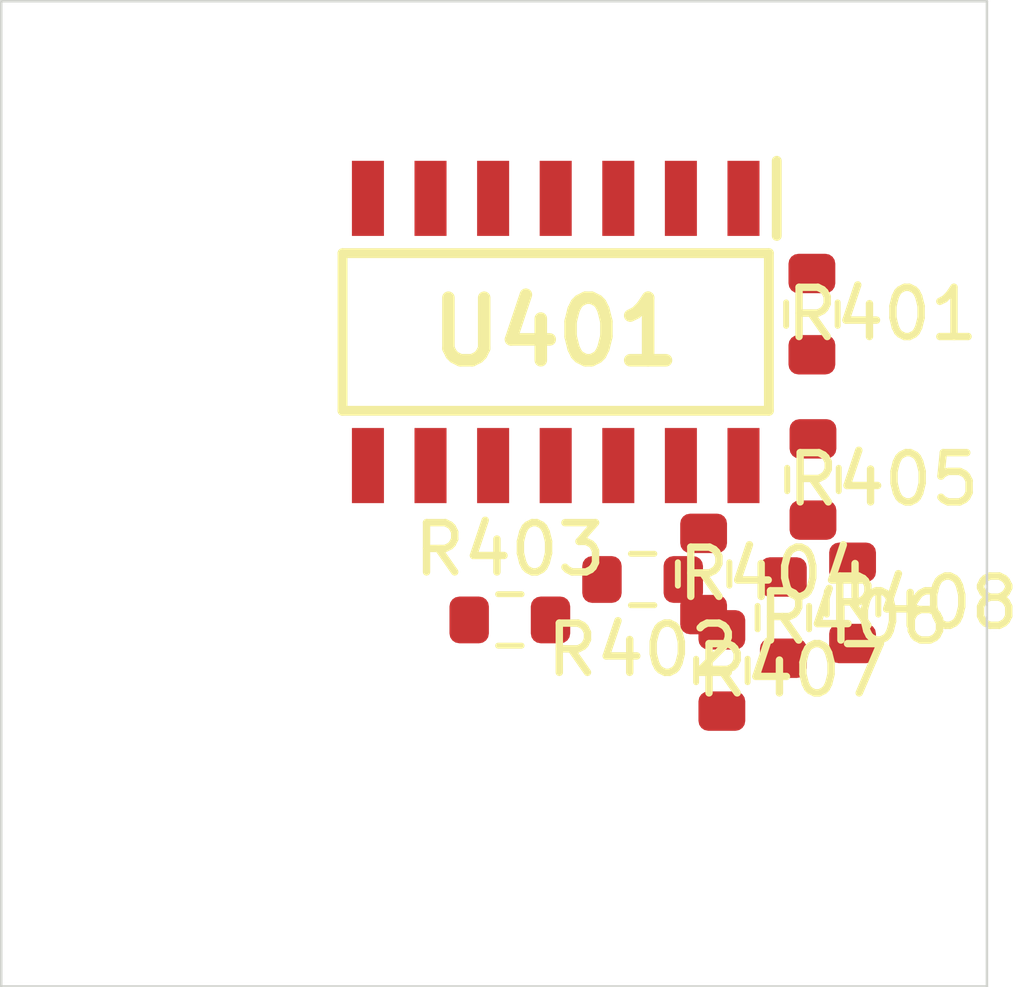
<source format=kicad_pcb>
 ( kicad_pcb  ( version 20171130 )
 ( host pcbnew 5.1.12-84ad8e8a86~92~ubuntu18.04.1 )
 ( general  ( thickness 1.6 )
 ( drawings 4 )
 ( tracks 0 )
 ( zones 0 )
 ( modules 9 )
 ( nets 14 )
)
 ( page A4 )
 ( layers  ( 0 F.Cu signal )
 ( 31 B.Cu signal )
 ( 32 B.Adhes user )
 ( 33 F.Adhes user )
 ( 34 B.Paste user )
 ( 35 F.Paste user )
 ( 36 B.SilkS user )
 ( 37 F.SilkS user )
 ( 38 B.Mask user )
 ( 39 F.Mask user )
 ( 40 Dwgs.User user )
 ( 41 Cmts.User user )
 ( 42 Eco1.User user )
 ( 43 Eco2.User user )
 ( 44 Edge.Cuts user )
 ( 45 Margin user )
 ( 46 B.CrtYd user )
 ( 47 F.CrtYd user )
 ( 48 B.Fab user )
 ( 49 F.Fab user )
)
 ( setup  ( last_trace_width 0.25 )
 ( trace_clearance 0.2 )
 ( zone_clearance 0.508 )
 ( zone_45_only no )
 ( trace_min 0.2 )
 ( via_size 0.8 )
 ( via_drill 0.4 )
 ( via_min_size 0.4 )
 ( via_min_drill 0.3 )
 ( uvia_size 0.3 )
 ( uvia_drill 0.1 )
 ( uvias_allowed no )
 ( uvia_min_size 0.2 )
 ( uvia_min_drill 0.1 )
 ( edge_width 0.05 )
 ( segment_width 0.2 )
 ( pcb_text_width 0.3 )
 ( pcb_text_size 1.5 1.5 )
 ( mod_edge_width 0.12 )
 ( mod_text_size 1 1 )
 ( mod_text_width 0.15 )
 ( pad_size 1.524 1.524 )
 ( pad_drill 0.762 )
 ( pad_to_mask_clearance 0 )
 ( aux_axis_origin 0 0 )
 ( visible_elements FFFFFF7F )
 ( pcbplotparams  ( layerselection 0x010fc_ffffffff )
 ( usegerberextensions false )
 ( usegerberattributes true )
 ( usegerberadvancedattributes true )
 ( creategerberjobfile true )
 ( excludeedgelayer true )
 ( linewidth 0.100000 )
 ( plotframeref false )
 ( viasonmask false )
 ( mode 1 )
 ( useauxorigin false )
 ( hpglpennumber 1 )
 ( hpglpenspeed 20 )
 ( hpglpendiameter 15.000000 )
 ( psnegative false )
 ( psa4output false )
 ( plotreference true )
 ( plotvalue true )
 ( plotinvisibletext false )
 ( padsonsilk false )
 ( subtractmaskfromsilk false )
 ( outputformat 1 )
 ( mirror false )
 ( drillshape 1 )
 ( scaleselection 1 )
 ( outputdirectory "" )
)
)
 ( net 0 "" )
 ( net 1 /Sheet6235D886/vp )
 ( net 2 /Sheet6248AD22/chn0 )
 ( net 3 /Sheet6248AD22/chn1 )
 ( net 4 /Sheet6248AD22/chn2 )
 ( net 5 /Sheet6248AD22/chn3 )
 ( net 6 "Net-(R401-Pad2)" )
 ( net 7 "Net-(R402-Pad2)" )
 ( net 8 "Net-(R403-Pad2)" )
 ( net 9 "Net-(R404-Pad2)" )
 ( net 10 /Sheet6248AD22/chn0_n )
 ( net 11 /Sheet6248AD22/chn1_n )
 ( net 12 /Sheet6248AD22/chn2_n )
 ( net 13 /Sheet6248AD22/chn3_n )
 ( net_class Default "This is the default net class."  ( clearance 0.2 )
 ( trace_width 0.25 )
 ( via_dia 0.8 )
 ( via_drill 0.4 )
 ( uvia_dia 0.3 )
 ( uvia_drill 0.1 )
 ( add_net /Sheet6235D886/vp )
 ( add_net /Sheet6248AD22/chn0 )
 ( add_net /Sheet6248AD22/chn0_n )
 ( add_net /Sheet6248AD22/chn1 )
 ( add_net /Sheet6248AD22/chn1_n )
 ( add_net /Sheet6248AD22/chn2 )
 ( add_net /Sheet6248AD22/chn2_n )
 ( add_net /Sheet6248AD22/chn3 )
 ( add_net /Sheet6248AD22/chn3_n )
 ( add_net "Net-(R401-Pad2)" )
 ( add_net "Net-(R402-Pad2)" )
 ( add_net "Net-(R403-Pad2)" )
 ( add_net "Net-(R404-Pad2)" )
)
 ( module Resistor_SMD:R_0603_1608Metric  ( layer F.Cu )
 ( tedit 5F68FEEE )
 ( tstamp 623425C8 )
 ( at 96.448600 106.352000 270.000000 )
 ( descr "Resistor SMD 0603 (1608 Metric), square (rectangular) end terminal, IPC_7351 nominal, (Body size source: IPC-SM-782 page 72, https://www.pcb-3d.com/wordpress/wp-content/uploads/ipc-sm-782a_amendment_1_and_2.pdf), generated with kicad-footprint-generator" )
 ( tags resistor )
 ( path /6248AD23/6249ADFD )
 ( attr smd )
 ( fp_text reference R401  ( at 0 -1.43 )
 ( layer F.SilkS )
 ( effects  ( font  ( size 1 1 )
 ( thickness 0.15 )
)
)
)
 ( fp_text value 10M  ( at 0 1.43 )
 ( layer F.Fab )
 ( effects  ( font  ( size 1 1 )
 ( thickness 0.15 )
)
)
)
 ( fp_line  ( start -0.8 0.4125 )
 ( end -0.8 -0.4125 )
 ( layer F.Fab )
 ( width 0.1 )
)
 ( fp_line  ( start -0.8 -0.4125 )
 ( end 0.8 -0.4125 )
 ( layer F.Fab )
 ( width 0.1 )
)
 ( fp_line  ( start 0.8 -0.4125 )
 ( end 0.8 0.4125 )
 ( layer F.Fab )
 ( width 0.1 )
)
 ( fp_line  ( start 0.8 0.4125 )
 ( end -0.8 0.4125 )
 ( layer F.Fab )
 ( width 0.1 )
)
 ( fp_line  ( start -0.237258 -0.5225 )
 ( end 0.237258 -0.5225 )
 ( layer F.SilkS )
 ( width 0.12 )
)
 ( fp_line  ( start -0.237258 0.5225 )
 ( end 0.237258 0.5225 )
 ( layer F.SilkS )
 ( width 0.12 )
)
 ( fp_line  ( start -1.48 0.73 )
 ( end -1.48 -0.73 )
 ( layer F.CrtYd )
 ( width 0.05 )
)
 ( fp_line  ( start -1.48 -0.73 )
 ( end 1.48 -0.73 )
 ( layer F.CrtYd )
 ( width 0.05 )
)
 ( fp_line  ( start 1.48 -0.73 )
 ( end 1.48 0.73 )
 ( layer F.CrtYd )
 ( width 0.05 )
)
 ( fp_line  ( start 1.48 0.73 )
 ( end -1.48 0.73 )
 ( layer F.CrtYd )
 ( width 0.05 )
)
 ( fp_text user %R  ( at 0 0 )
 ( layer F.Fab )
 ( effects  ( font  ( size 0.4 0.4 )
 ( thickness 0.06 )
)
)
)
 ( pad 2 smd roundrect  ( at 0.825 0 270.000000 )
 ( size 0.8 0.95 )
 ( layers F.Cu F.Mask F.Paste )
 ( roundrect_rratio 0.25 )
 ( net 6 "Net-(R401-Pad2)" )
)
 ( pad 1 smd roundrect  ( at -0.825 0 270.000000 )
 ( size 0.8 0.95 )
 ( layers F.Cu F.Mask F.Paste )
 ( roundrect_rratio 0.25 )
 ( net 10 /Sheet6248AD22/chn0_n )
)
 ( model ${KISYS3DMOD}/Resistor_SMD.3dshapes/R_0603_1608Metric.wrl  ( at  ( xyz 0 0 0 )
)
 ( scale  ( xyz 1 1 1 )
)
 ( rotate  ( xyz 0 0 0 )
)
)
)
 ( module Resistor_SMD:R_0603_1608Metric  ( layer F.Cu )
 ( tedit 5F68FEEE )
 ( tstamp 623425D9 )
 ( at 93.014000 111.739000 180.000000 )
 ( descr "Resistor SMD 0603 (1608 Metric), square (rectangular) end terminal, IPC_7351 nominal, (Body size source: IPC-SM-782 page 72, https://www.pcb-3d.com/wordpress/wp-content/uploads/ipc-sm-782a_amendment_1_and_2.pdf), generated with kicad-footprint-generator" )
 ( tags resistor )
 ( path /6248AD23/6249B75E )
 ( attr smd )
 ( fp_text reference R402  ( at 0 -1.43 )
 ( layer F.SilkS )
 ( effects  ( font  ( size 1 1 )
 ( thickness 0.15 )
)
)
)
 ( fp_text value 10M  ( at 0 1.43 )
 ( layer F.Fab )
 ( effects  ( font  ( size 1 1 )
 ( thickness 0.15 )
)
)
)
 ( fp_line  ( start 1.48 0.73 )
 ( end -1.48 0.73 )
 ( layer F.CrtYd )
 ( width 0.05 )
)
 ( fp_line  ( start 1.48 -0.73 )
 ( end 1.48 0.73 )
 ( layer F.CrtYd )
 ( width 0.05 )
)
 ( fp_line  ( start -1.48 -0.73 )
 ( end 1.48 -0.73 )
 ( layer F.CrtYd )
 ( width 0.05 )
)
 ( fp_line  ( start -1.48 0.73 )
 ( end -1.48 -0.73 )
 ( layer F.CrtYd )
 ( width 0.05 )
)
 ( fp_line  ( start -0.237258 0.5225 )
 ( end 0.237258 0.5225 )
 ( layer F.SilkS )
 ( width 0.12 )
)
 ( fp_line  ( start -0.237258 -0.5225 )
 ( end 0.237258 -0.5225 )
 ( layer F.SilkS )
 ( width 0.12 )
)
 ( fp_line  ( start 0.8 0.4125 )
 ( end -0.8 0.4125 )
 ( layer F.Fab )
 ( width 0.1 )
)
 ( fp_line  ( start 0.8 -0.4125 )
 ( end 0.8 0.4125 )
 ( layer F.Fab )
 ( width 0.1 )
)
 ( fp_line  ( start -0.8 -0.4125 )
 ( end 0.8 -0.4125 )
 ( layer F.Fab )
 ( width 0.1 )
)
 ( fp_line  ( start -0.8 0.4125 )
 ( end -0.8 -0.4125 )
 ( layer F.Fab )
 ( width 0.1 )
)
 ( fp_text user %R  ( at 0 0 )
 ( layer F.Fab )
 ( effects  ( font  ( size 0.4 0.4 )
 ( thickness 0.06 )
)
)
)
 ( pad 1 smd roundrect  ( at -0.825 0 180.000000 )
 ( size 0.8 0.95 )
 ( layers F.Cu F.Mask F.Paste )
 ( roundrect_rratio 0.25 )
 ( net 11 /Sheet6248AD22/chn1_n )
)
 ( pad 2 smd roundrect  ( at 0.825 0 180.000000 )
 ( size 0.8 0.95 )
 ( layers F.Cu F.Mask F.Paste )
 ( roundrect_rratio 0.25 )
 ( net 7 "Net-(R402-Pad2)" )
)
 ( model ${KISYS3DMOD}/Resistor_SMD.3dshapes/R_0603_1608Metric.wrl  ( at  ( xyz 0 0 0 )
)
 ( scale  ( xyz 1 1 1 )
)
 ( rotate  ( xyz 0 0 0 )
)
)
)
 ( module Resistor_SMD:R_0603_1608Metric  ( layer F.Cu )
 ( tedit 5F68FEEE )
 ( tstamp 623425EA )
 ( at 90.319900 112.560000 )
 ( descr "Resistor SMD 0603 (1608 Metric), square (rectangular) end terminal, IPC_7351 nominal, (Body size source: IPC-SM-782 page 72, https://www.pcb-3d.com/wordpress/wp-content/uploads/ipc-sm-782a_amendment_1_and_2.pdf), generated with kicad-footprint-generator" )
 ( tags resistor )
 ( path /6248AD23/6249FB7A )
 ( attr smd )
 ( fp_text reference R403  ( at 0 -1.43 )
 ( layer F.SilkS )
 ( effects  ( font  ( size 1 1 )
 ( thickness 0.15 )
)
)
)
 ( fp_text value 10M  ( at 0 1.43 )
 ( layer F.Fab )
 ( effects  ( font  ( size 1 1 )
 ( thickness 0.15 )
)
)
)
 ( fp_line  ( start 1.48 0.73 )
 ( end -1.48 0.73 )
 ( layer F.CrtYd )
 ( width 0.05 )
)
 ( fp_line  ( start 1.48 -0.73 )
 ( end 1.48 0.73 )
 ( layer F.CrtYd )
 ( width 0.05 )
)
 ( fp_line  ( start -1.48 -0.73 )
 ( end 1.48 -0.73 )
 ( layer F.CrtYd )
 ( width 0.05 )
)
 ( fp_line  ( start -1.48 0.73 )
 ( end -1.48 -0.73 )
 ( layer F.CrtYd )
 ( width 0.05 )
)
 ( fp_line  ( start -0.237258 0.5225 )
 ( end 0.237258 0.5225 )
 ( layer F.SilkS )
 ( width 0.12 )
)
 ( fp_line  ( start -0.237258 -0.5225 )
 ( end 0.237258 -0.5225 )
 ( layer F.SilkS )
 ( width 0.12 )
)
 ( fp_line  ( start 0.8 0.4125 )
 ( end -0.8 0.4125 )
 ( layer F.Fab )
 ( width 0.1 )
)
 ( fp_line  ( start 0.8 -0.4125 )
 ( end 0.8 0.4125 )
 ( layer F.Fab )
 ( width 0.1 )
)
 ( fp_line  ( start -0.8 -0.4125 )
 ( end 0.8 -0.4125 )
 ( layer F.Fab )
 ( width 0.1 )
)
 ( fp_line  ( start -0.8 0.4125 )
 ( end -0.8 -0.4125 )
 ( layer F.Fab )
 ( width 0.1 )
)
 ( fp_text user %R  ( at 0 0 )
 ( layer F.Fab )
 ( effects  ( font  ( size 0.4 0.4 )
 ( thickness 0.06 )
)
)
)
 ( pad 1 smd roundrect  ( at -0.825 0 )
 ( size 0.8 0.95 )
 ( layers F.Cu F.Mask F.Paste )
 ( roundrect_rratio 0.25 )
 ( net 12 /Sheet6248AD22/chn2_n )
)
 ( pad 2 smd roundrect  ( at 0.825 0 )
 ( size 0.8 0.95 )
 ( layers F.Cu F.Mask F.Paste )
 ( roundrect_rratio 0.25 )
 ( net 8 "Net-(R403-Pad2)" )
)
 ( model ${KISYS3DMOD}/Resistor_SMD.3dshapes/R_0603_1608Metric.wrl  ( at  ( xyz 0 0 0 )
)
 ( scale  ( xyz 1 1 1 )
)
 ( rotate  ( xyz 0 0 0 )
)
)
)
 ( module Resistor_SMD:R_0603_1608Metric  ( layer F.Cu )
 ( tedit 5F68FEEE )
 ( tstamp 623425FB )
 ( at 94.251500 111.627000 270.000000 )
 ( descr "Resistor SMD 0603 (1608 Metric), square (rectangular) end terminal, IPC_7351 nominal, (Body size source: IPC-SM-782 page 72, https://www.pcb-3d.com/wordpress/wp-content/uploads/ipc-sm-782a_amendment_1_and_2.pdf), generated with kicad-footprint-generator" )
 ( tags resistor )
 ( path /6248AD23/6249FB74 )
 ( attr smd )
 ( fp_text reference R404  ( at 0 -1.43 )
 ( layer F.SilkS )
 ( effects  ( font  ( size 1 1 )
 ( thickness 0.15 )
)
)
)
 ( fp_text value 10M  ( at 0 1.43 )
 ( layer F.Fab )
 ( effects  ( font  ( size 1 1 )
 ( thickness 0.15 )
)
)
)
 ( fp_line  ( start -0.8 0.4125 )
 ( end -0.8 -0.4125 )
 ( layer F.Fab )
 ( width 0.1 )
)
 ( fp_line  ( start -0.8 -0.4125 )
 ( end 0.8 -0.4125 )
 ( layer F.Fab )
 ( width 0.1 )
)
 ( fp_line  ( start 0.8 -0.4125 )
 ( end 0.8 0.4125 )
 ( layer F.Fab )
 ( width 0.1 )
)
 ( fp_line  ( start 0.8 0.4125 )
 ( end -0.8 0.4125 )
 ( layer F.Fab )
 ( width 0.1 )
)
 ( fp_line  ( start -0.237258 -0.5225 )
 ( end 0.237258 -0.5225 )
 ( layer F.SilkS )
 ( width 0.12 )
)
 ( fp_line  ( start -0.237258 0.5225 )
 ( end 0.237258 0.5225 )
 ( layer F.SilkS )
 ( width 0.12 )
)
 ( fp_line  ( start -1.48 0.73 )
 ( end -1.48 -0.73 )
 ( layer F.CrtYd )
 ( width 0.05 )
)
 ( fp_line  ( start -1.48 -0.73 )
 ( end 1.48 -0.73 )
 ( layer F.CrtYd )
 ( width 0.05 )
)
 ( fp_line  ( start 1.48 -0.73 )
 ( end 1.48 0.73 )
 ( layer F.CrtYd )
 ( width 0.05 )
)
 ( fp_line  ( start 1.48 0.73 )
 ( end -1.48 0.73 )
 ( layer F.CrtYd )
 ( width 0.05 )
)
 ( fp_text user %R  ( at 0 0 )
 ( layer F.Fab )
 ( effects  ( font  ( size 0.4 0.4 )
 ( thickness 0.06 )
)
)
)
 ( pad 2 smd roundrect  ( at 0.825 0 270.000000 )
 ( size 0.8 0.95 )
 ( layers F.Cu F.Mask F.Paste )
 ( roundrect_rratio 0.25 )
 ( net 9 "Net-(R404-Pad2)" )
)
 ( pad 1 smd roundrect  ( at -0.825 0 270.000000 )
 ( size 0.8 0.95 )
 ( layers F.Cu F.Mask F.Paste )
 ( roundrect_rratio 0.25 )
 ( net 13 /Sheet6248AD22/chn3_n )
)
 ( model ${KISYS3DMOD}/Resistor_SMD.3dshapes/R_0603_1608Metric.wrl  ( at  ( xyz 0 0 0 )
)
 ( scale  ( xyz 1 1 1 )
)
 ( rotate  ( xyz 0 0 0 )
)
)
)
 ( module Resistor_SMD:R_0603_1608Metric  ( layer F.Cu )
 ( tedit 5F68FEEE )
 ( tstamp 6234260C )
 ( at 96.470500 109.709000 270.000000 )
 ( descr "Resistor SMD 0603 (1608 Metric), square (rectangular) end terminal, IPC_7351 nominal, (Body size source: IPC-SM-782 page 72, https://www.pcb-3d.com/wordpress/wp-content/uploads/ipc-sm-782a_amendment_1_and_2.pdf), generated with kicad-footprint-generator" )
 ( tags resistor )
 ( path /6248AD23/62497F62 )
 ( attr smd )
 ( fp_text reference R405  ( at 0 -1.43 )
 ( layer F.SilkS )
 ( effects  ( font  ( size 1 1 )
 ( thickness 0.15 )
)
)
)
 ( fp_text value 750k  ( at 0 1.43 )
 ( layer F.Fab )
 ( effects  ( font  ( size 1 1 )
 ( thickness 0.15 )
)
)
)
 ( fp_line  ( start -0.8 0.4125 )
 ( end -0.8 -0.4125 )
 ( layer F.Fab )
 ( width 0.1 )
)
 ( fp_line  ( start -0.8 -0.4125 )
 ( end 0.8 -0.4125 )
 ( layer F.Fab )
 ( width 0.1 )
)
 ( fp_line  ( start 0.8 -0.4125 )
 ( end 0.8 0.4125 )
 ( layer F.Fab )
 ( width 0.1 )
)
 ( fp_line  ( start 0.8 0.4125 )
 ( end -0.8 0.4125 )
 ( layer F.Fab )
 ( width 0.1 )
)
 ( fp_line  ( start -0.237258 -0.5225 )
 ( end 0.237258 -0.5225 )
 ( layer F.SilkS )
 ( width 0.12 )
)
 ( fp_line  ( start -0.237258 0.5225 )
 ( end 0.237258 0.5225 )
 ( layer F.SilkS )
 ( width 0.12 )
)
 ( fp_line  ( start -1.48 0.73 )
 ( end -1.48 -0.73 )
 ( layer F.CrtYd )
 ( width 0.05 )
)
 ( fp_line  ( start -1.48 -0.73 )
 ( end 1.48 -0.73 )
 ( layer F.CrtYd )
 ( width 0.05 )
)
 ( fp_line  ( start 1.48 -0.73 )
 ( end 1.48 0.73 )
 ( layer F.CrtYd )
 ( width 0.05 )
)
 ( fp_line  ( start 1.48 0.73 )
 ( end -1.48 0.73 )
 ( layer F.CrtYd )
 ( width 0.05 )
)
 ( fp_text user %R  ( at 0 0 )
 ( layer F.Fab )
 ( effects  ( font  ( size 0.4 0.4 )
 ( thickness 0.06 )
)
)
)
 ( pad 2 smd roundrect  ( at 0.825 0 270.000000 )
 ( size 0.8 0.95 )
 ( layers F.Cu F.Mask F.Paste )
 ( roundrect_rratio 0.25 )
 ( net 6 "Net-(R401-Pad2)" )
)
 ( pad 1 smd roundrect  ( at -0.825 0 270.000000 )
 ( size 0.8 0.95 )
 ( layers F.Cu F.Mask F.Paste )
 ( roundrect_rratio 0.25 )
 ( net 1 /Sheet6235D886/vp )
)
 ( model ${KISYS3DMOD}/Resistor_SMD.3dshapes/R_0603_1608Metric.wrl  ( at  ( xyz 0 0 0 )
)
 ( scale  ( xyz 1 1 1 )
)
 ( rotate  ( xyz 0 0 0 )
)
)
)
 ( module Resistor_SMD:R_0603_1608Metric  ( layer F.Cu )
 ( tedit 5F68FEEE )
 ( tstamp 6234261D )
 ( at 95.869600 112.513000 270.000000 )
 ( descr "Resistor SMD 0603 (1608 Metric), square (rectangular) end terminal, IPC_7351 nominal, (Body size source: IPC-SM-782 page 72, https://www.pcb-3d.com/wordpress/wp-content/uploads/ipc-sm-782a_amendment_1_and_2.pdf), generated with kicad-footprint-generator" )
 ( tags resistor )
 ( path /6248AD23/62499098 )
 ( attr smd )
 ( fp_text reference R406  ( at 0 -1.43 )
 ( layer F.SilkS )
 ( effects  ( font  ( size 1 1 )
 ( thickness 0.15 )
)
)
)
 ( fp_text value 750k  ( at 0 1.43 )
 ( layer F.Fab )
 ( effects  ( font  ( size 1 1 )
 ( thickness 0.15 )
)
)
)
 ( fp_line  ( start 1.48 0.73 )
 ( end -1.48 0.73 )
 ( layer F.CrtYd )
 ( width 0.05 )
)
 ( fp_line  ( start 1.48 -0.73 )
 ( end 1.48 0.73 )
 ( layer F.CrtYd )
 ( width 0.05 )
)
 ( fp_line  ( start -1.48 -0.73 )
 ( end 1.48 -0.73 )
 ( layer F.CrtYd )
 ( width 0.05 )
)
 ( fp_line  ( start -1.48 0.73 )
 ( end -1.48 -0.73 )
 ( layer F.CrtYd )
 ( width 0.05 )
)
 ( fp_line  ( start -0.237258 0.5225 )
 ( end 0.237258 0.5225 )
 ( layer F.SilkS )
 ( width 0.12 )
)
 ( fp_line  ( start -0.237258 -0.5225 )
 ( end 0.237258 -0.5225 )
 ( layer F.SilkS )
 ( width 0.12 )
)
 ( fp_line  ( start 0.8 0.4125 )
 ( end -0.8 0.4125 )
 ( layer F.Fab )
 ( width 0.1 )
)
 ( fp_line  ( start 0.8 -0.4125 )
 ( end 0.8 0.4125 )
 ( layer F.Fab )
 ( width 0.1 )
)
 ( fp_line  ( start -0.8 -0.4125 )
 ( end 0.8 -0.4125 )
 ( layer F.Fab )
 ( width 0.1 )
)
 ( fp_line  ( start -0.8 0.4125 )
 ( end -0.8 -0.4125 )
 ( layer F.Fab )
 ( width 0.1 )
)
 ( fp_text user %R  ( at 0 0 )
 ( layer F.Fab )
 ( effects  ( font  ( size 0.4 0.4 )
 ( thickness 0.06 )
)
)
)
 ( pad 1 smd roundrect  ( at -0.825 0 270.000000 )
 ( size 0.8 0.95 )
 ( layers F.Cu F.Mask F.Paste )
 ( roundrect_rratio 0.25 )
 ( net 1 /Sheet6235D886/vp )
)
 ( pad 2 smd roundrect  ( at 0.825 0 270.000000 )
 ( size 0.8 0.95 )
 ( layers F.Cu F.Mask F.Paste )
 ( roundrect_rratio 0.25 )
 ( net 7 "Net-(R402-Pad2)" )
)
 ( model ${KISYS3DMOD}/Resistor_SMD.3dshapes/R_0603_1608Metric.wrl  ( at  ( xyz 0 0 0 )
)
 ( scale  ( xyz 1 1 1 )
)
 ( rotate  ( xyz 0 0 0 )
)
)
)
 ( module Resistor_SMD:R_0603_1608Metric  ( layer F.Cu )
 ( tedit 5F68FEEE )
 ( tstamp 6234262E )
 ( at 94.621800 113.586000 270.000000 )
 ( descr "Resistor SMD 0603 (1608 Metric), square (rectangular) end terminal, IPC_7351 nominal, (Body size source: IPC-SM-782 page 72, https://www.pcb-3d.com/wordpress/wp-content/uploads/ipc-sm-782a_amendment_1_and_2.pdf), generated with kicad-footprint-generator" )
 ( tags resistor )
 ( path /6248AD23/624A0FFB )
 ( attr smd )
 ( fp_text reference R407  ( at 0 -1.43 )
 ( layer F.SilkS )
 ( effects  ( font  ( size 1 1 )
 ( thickness 0.15 )
)
)
)
 ( fp_text value 1.5M  ( at 0 1.43 )
 ( layer F.Fab )
 ( effects  ( font  ( size 1 1 )
 ( thickness 0.15 )
)
)
)
 ( fp_line  ( start 1.48 0.73 )
 ( end -1.48 0.73 )
 ( layer F.CrtYd )
 ( width 0.05 )
)
 ( fp_line  ( start 1.48 -0.73 )
 ( end 1.48 0.73 )
 ( layer F.CrtYd )
 ( width 0.05 )
)
 ( fp_line  ( start -1.48 -0.73 )
 ( end 1.48 -0.73 )
 ( layer F.CrtYd )
 ( width 0.05 )
)
 ( fp_line  ( start -1.48 0.73 )
 ( end -1.48 -0.73 )
 ( layer F.CrtYd )
 ( width 0.05 )
)
 ( fp_line  ( start -0.237258 0.5225 )
 ( end 0.237258 0.5225 )
 ( layer F.SilkS )
 ( width 0.12 )
)
 ( fp_line  ( start -0.237258 -0.5225 )
 ( end 0.237258 -0.5225 )
 ( layer F.SilkS )
 ( width 0.12 )
)
 ( fp_line  ( start 0.8 0.4125 )
 ( end -0.8 0.4125 )
 ( layer F.Fab )
 ( width 0.1 )
)
 ( fp_line  ( start 0.8 -0.4125 )
 ( end 0.8 0.4125 )
 ( layer F.Fab )
 ( width 0.1 )
)
 ( fp_line  ( start -0.8 -0.4125 )
 ( end 0.8 -0.4125 )
 ( layer F.Fab )
 ( width 0.1 )
)
 ( fp_line  ( start -0.8 0.4125 )
 ( end -0.8 -0.4125 )
 ( layer F.Fab )
 ( width 0.1 )
)
 ( fp_text user %R  ( at 0 0 )
 ( layer F.Fab )
 ( effects  ( font  ( size 0.4 0.4 )
 ( thickness 0.06 )
)
)
)
 ( pad 1 smd roundrect  ( at -0.825 0 270.000000 )
 ( size 0.8 0.95 )
 ( layers F.Cu F.Mask F.Paste )
 ( roundrect_rratio 0.25 )
 ( net 1 /Sheet6235D886/vp )
)
 ( pad 2 smd roundrect  ( at 0.825 0 270.000000 )
 ( size 0.8 0.95 )
 ( layers F.Cu F.Mask F.Paste )
 ( roundrect_rratio 0.25 )
 ( net 8 "Net-(R403-Pad2)" )
)
 ( model ${KISYS3DMOD}/Resistor_SMD.3dshapes/R_0603_1608Metric.wrl  ( at  ( xyz 0 0 0 )
)
 ( scale  ( xyz 1 1 1 )
)
 ( rotate  ( xyz 0 0 0 )
)
)
)
 ( module Resistor_SMD:R_0603_1608Metric  ( layer F.Cu )
 ( tedit 5F68FEEE )
 ( tstamp 6234263F )
 ( at 97.273900 112.214000 270.000000 )
 ( descr "Resistor SMD 0603 (1608 Metric), square (rectangular) end terminal, IPC_7351 nominal, (Body size source: IPC-SM-782 page 72, https://www.pcb-3d.com/wordpress/wp-content/uploads/ipc-sm-782a_amendment_1_and_2.pdf), generated with kicad-footprint-generator" )
 ( tags resistor )
 ( path /6248AD23/624A093C )
 ( attr smd )
 ( fp_text reference R408  ( at 0 -1.43 )
 ( layer F.SilkS )
 ( effects  ( font  ( size 1 1 )
 ( thickness 0.15 )
)
)
)
 ( fp_text value 1.5M  ( at 0 1.43 )
 ( layer F.Fab )
 ( effects  ( font  ( size 1 1 )
 ( thickness 0.15 )
)
)
)
 ( fp_line  ( start -0.8 0.4125 )
 ( end -0.8 -0.4125 )
 ( layer F.Fab )
 ( width 0.1 )
)
 ( fp_line  ( start -0.8 -0.4125 )
 ( end 0.8 -0.4125 )
 ( layer F.Fab )
 ( width 0.1 )
)
 ( fp_line  ( start 0.8 -0.4125 )
 ( end 0.8 0.4125 )
 ( layer F.Fab )
 ( width 0.1 )
)
 ( fp_line  ( start 0.8 0.4125 )
 ( end -0.8 0.4125 )
 ( layer F.Fab )
 ( width 0.1 )
)
 ( fp_line  ( start -0.237258 -0.5225 )
 ( end 0.237258 -0.5225 )
 ( layer F.SilkS )
 ( width 0.12 )
)
 ( fp_line  ( start -0.237258 0.5225 )
 ( end 0.237258 0.5225 )
 ( layer F.SilkS )
 ( width 0.12 )
)
 ( fp_line  ( start -1.48 0.73 )
 ( end -1.48 -0.73 )
 ( layer F.CrtYd )
 ( width 0.05 )
)
 ( fp_line  ( start -1.48 -0.73 )
 ( end 1.48 -0.73 )
 ( layer F.CrtYd )
 ( width 0.05 )
)
 ( fp_line  ( start 1.48 -0.73 )
 ( end 1.48 0.73 )
 ( layer F.CrtYd )
 ( width 0.05 )
)
 ( fp_line  ( start 1.48 0.73 )
 ( end -1.48 0.73 )
 ( layer F.CrtYd )
 ( width 0.05 )
)
 ( fp_text user %R  ( at 0 0 )
 ( layer F.Fab )
 ( effects  ( font  ( size 0.4 0.4 )
 ( thickness 0.06 )
)
)
)
 ( pad 2 smd roundrect  ( at 0.825 0 270.000000 )
 ( size 0.8 0.95 )
 ( layers F.Cu F.Mask F.Paste )
 ( roundrect_rratio 0.25 )
 ( net 9 "Net-(R404-Pad2)" )
)
 ( pad 1 smd roundrect  ( at -0.825 0 270.000000 )
 ( size 0.8 0.95 )
 ( layers F.Cu F.Mask F.Paste )
 ( roundrect_rratio 0.25 )
 ( net 1 /Sheet6235D886/vp )
)
 ( model ${KISYS3DMOD}/Resistor_SMD.3dshapes/R_0603_1608Metric.wrl  ( at  ( xyz 0 0 0 )
)
 ( scale  ( xyz 1 1 1 )
)
 ( rotate  ( xyz 0 0 0 )
)
)
)
 ( module TL074HIDR:SOIC127P600X175-14N locked  ( layer F.Cu )
 ( tedit 62336F37 )
 ( tstamp 62342709 )
 ( at 91.250400 106.714000 270.000000 )
 ( descr "D (-R-PDSO-G14)" )
 ( tags "Integrated Circuit" )
 ( path /6248AD23/624976B2 )
 ( attr smd )
 ( fp_text reference U401  ( at 0 0 )
 ( layer F.SilkS )
 ( effects  ( font  ( size 1.27 1.27 )
 ( thickness 0.254 )
)
)
)
 ( fp_text value TL074  ( at 0 0 )
 ( layer F.SilkS )
hide  ( effects  ( font  ( size 1.27 1.27 )
 ( thickness 0.254 )
)
)
)
 ( fp_line  ( start -3.725 -4.625 )
 ( end 3.725 -4.625 )
 ( layer Dwgs.User )
 ( width 0.05 )
)
 ( fp_line  ( start 3.725 -4.625 )
 ( end 3.725 4.625 )
 ( layer Dwgs.User )
 ( width 0.05 )
)
 ( fp_line  ( start 3.725 4.625 )
 ( end -3.725 4.625 )
 ( layer Dwgs.User )
 ( width 0.05 )
)
 ( fp_line  ( start -3.725 4.625 )
 ( end -3.725 -4.625 )
 ( layer Dwgs.User )
 ( width 0.05 )
)
 ( fp_line  ( start -1.95 -4.325 )
 ( end 1.95 -4.325 )
 ( layer Dwgs.User )
 ( width 0.1 )
)
 ( fp_line  ( start 1.95 -4.325 )
 ( end 1.95 4.325 )
 ( layer Dwgs.User )
 ( width 0.1 )
)
 ( fp_line  ( start 1.95 4.325 )
 ( end -1.95 4.325 )
 ( layer Dwgs.User )
 ( width 0.1 )
)
 ( fp_line  ( start -1.95 4.325 )
 ( end -1.95 -4.325 )
 ( layer Dwgs.User )
 ( width 0.1 )
)
 ( fp_line  ( start -1.95 -3.055 )
 ( end -0.68 -4.325 )
 ( layer Dwgs.User )
 ( width 0.1 )
)
 ( fp_line  ( start -1.6 -4.325 )
 ( end 1.6 -4.325 )
 ( layer F.SilkS )
 ( width 0.2 )
)
 ( fp_line  ( start 1.6 -4.325 )
 ( end 1.6 4.325 )
 ( layer F.SilkS )
 ( width 0.2 )
)
 ( fp_line  ( start 1.6 4.325 )
 ( end -1.6 4.325 )
 ( layer F.SilkS )
 ( width 0.2 )
)
 ( fp_line  ( start -1.6 4.325 )
 ( end -1.6 -4.325 )
 ( layer F.SilkS )
 ( width 0.2 )
)
 ( fp_line  ( start -3.475 -4.485 )
 ( end -1.95 -4.485 )
 ( layer F.SilkS )
 ( width 0.2 )
)
 ( pad 1 smd rect  ( at -2.712 -3.81 )
 ( size 0.65 1.525 )
 ( layers F.Cu F.Mask F.Paste )
 ( net 2 /Sheet6248AD22/chn0 )
)
 ( pad 2 smd rect  ( at -2.712 -2.54 )
 ( size 0.65 1.525 )
 ( layers F.Cu F.Mask F.Paste )
 ( net 2 /Sheet6248AD22/chn0 )
)
 ( pad 3 smd rect  ( at -2.712 -1.27 )
 ( size 0.65 1.525 )
 ( layers F.Cu F.Mask F.Paste )
 ( net 6 "Net-(R401-Pad2)" )
)
 ( pad 4 smd rect  ( at -2.712 0 )
 ( size 0.65 1.525 )
 ( layers F.Cu F.Mask F.Paste )
)
 ( pad 5 smd rect  ( at -2.712 1.27 )
 ( size 0.65 1.525 )
 ( layers F.Cu F.Mask F.Paste )
 ( net 7 "Net-(R402-Pad2)" )
)
 ( pad 6 smd rect  ( at -2.712 2.54 )
 ( size 0.65 1.525 )
 ( layers F.Cu F.Mask F.Paste )
 ( net 3 /Sheet6248AD22/chn1 )
)
 ( pad 7 smd rect  ( at -2.712 3.81 )
 ( size 0.65 1.525 )
 ( layers F.Cu F.Mask F.Paste )
 ( net 3 /Sheet6248AD22/chn1 )
)
 ( pad 8 smd rect  ( at 2.712 3.81 )
 ( size 0.65 1.525 )
 ( layers F.Cu F.Mask F.Paste )
 ( net 4 /Sheet6248AD22/chn2 )
)
 ( pad 9 smd rect  ( at 2.712 2.54 )
 ( size 0.65 1.525 )
 ( layers F.Cu F.Mask F.Paste )
 ( net 4 /Sheet6248AD22/chn2 )
)
 ( pad 10 smd rect  ( at 2.712 1.27 )
 ( size 0.65 1.525 )
 ( layers F.Cu F.Mask F.Paste )
 ( net 8 "Net-(R403-Pad2)" )
)
 ( pad 11 smd rect  ( at 2.712 0 )
 ( size 0.65 1.525 )
 ( layers F.Cu F.Mask F.Paste )
)
 ( pad 12 smd rect  ( at 2.712 -1.27 )
 ( size 0.65 1.525 )
 ( layers F.Cu F.Mask F.Paste )
 ( net 9 "Net-(R404-Pad2)" )
)
 ( pad 13 smd rect  ( at 2.712 -2.54 )
 ( size 0.65 1.525 )
 ( layers F.Cu F.Mask F.Paste )
 ( net 5 /Sheet6248AD22/chn3 )
)
 ( pad 14 smd rect  ( at 2.712 -3.81 )
 ( size 0.65 1.525 )
 ( layers F.Cu F.Mask F.Paste )
 ( net 5 /Sheet6248AD22/chn3 )
)
)
 ( gr_line  ( start 100 100 )
 ( end 100 120 )
 ( layer Edge.Cuts )
 ( width 0.05 )
 ( tstamp 62E76D2A )
)
 ( gr_line  ( start 80 120 )
 ( end 100 120 )
 ( layer Edge.Cuts )
 ( width 0.05 )
 ( tstamp 62E76D27 )
)
 ( gr_line  ( start 80 100 )
 ( end 80 120 )
 ( layer Edge.Cuts )
 ( width 0.05 )
 ( tstamp 6234110C )
)
 ( gr_line  ( start 80 100 )
 ( end 100 100 )
 ( layer Edge.Cuts )
 ( width 0.05 )
)
)

</source>
